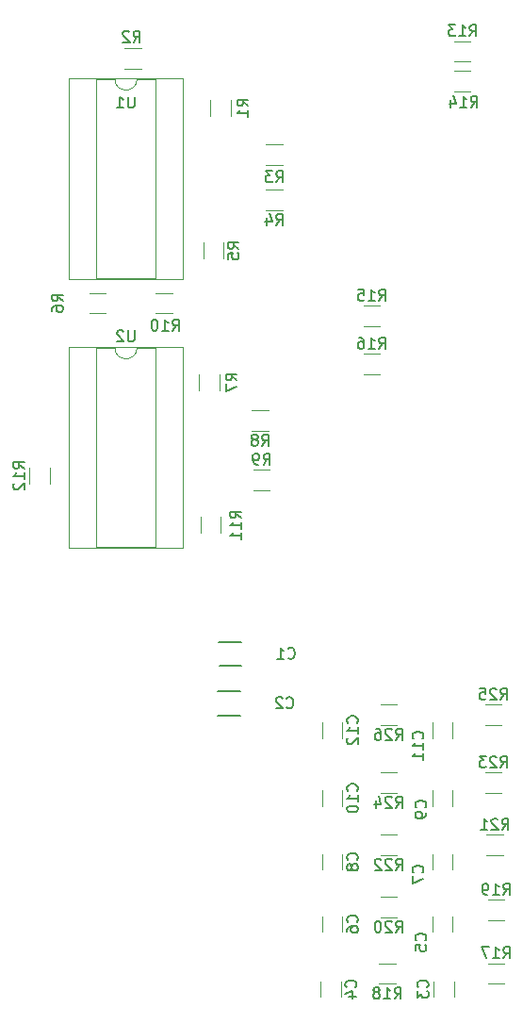
<source format=gbr>
%TF.GenerationSoftware,KiCad,Pcbnew,(6.0.4)*%
%TF.CreationDate,2023-07-24T12:51:13-04:00*%
%TF.ProjectId,BREAD_Slice,42524541-445f-4536-9c69-63652e6b6963,rev?*%
%TF.SameCoordinates,Original*%
%TF.FileFunction,Legend,Bot*%
%TF.FilePolarity,Positive*%
%FSLAX46Y46*%
G04 Gerber Fmt 4.6, Leading zero omitted, Abs format (unit mm)*
G04 Created by KiCad (PCBNEW (6.0.4)) date 2023-07-24 12:51:13*
%MOMM*%
%LPD*%
G01*
G04 APERTURE LIST*
%ADD10C,0.150000*%
%ADD11C,0.120000*%
G04 APERTURE END LIST*
D10*
%TO.C,C2*%
X162437666Y-102184142D02*
X162485285Y-102231761D01*
X162628142Y-102279380D01*
X162723380Y-102279380D01*
X162866238Y-102231761D01*
X162961476Y-102136523D01*
X163009095Y-102041285D01*
X163056714Y-101850809D01*
X163056714Y-101707952D01*
X163009095Y-101517476D01*
X162961476Y-101422238D01*
X162866238Y-101327000D01*
X162723380Y-101279380D01*
X162628142Y-101279380D01*
X162485285Y-101327000D01*
X162437666Y-101374619D01*
X162056714Y-101374619D02*
X162009095Y-101327000D01*
X161913857Y-101279380D01*
X161675761Y-101279380D01*
X161580523Y-101327000D01*
X161532904Y-101374619D01*
X161485285Y-101469857D01*
X161485285Y-101565095D01*
X161532904Y-101707952D01*
X162104333Y-102279380D01*
X161485285Y-102279380D01*
%TO.C,C1*%
X162564666Y-97739142D02*
X162612285Y-97786761D01*
X162755142Y-97834380D01*
X162850380Y-97834380D01*
X162993238Y-97786761D01*
X163088476Y-97691523D01*
X163136095Y-97596285D01*
X163183714Y-97405809D01*
X163183714Y-97262952D01*
X163136095Y-97072476D01*
X163088476Y-96977238D01*
X162993238Y-96882000D01*
X162850380Y-96834380D01*
X162755142Y-96834380D01*
X162612285Y-96882000D01*
X162564666Y-96929619D01*
X161612285Y-97834380D02*
X162183714Y-97834380D01*
X161898000Y-97834380D02*
X161898000Y-96834380D01*
X161993238Y-96977238D01*
X162088476Y-97072476D01*
X162183714Y-97120095D01*
%TO.C,C3*%
X175082142Y-127314333D02*
X175129761Y-127266714D01*
X175177380Y-127123857D01*
X175177380Y-127028619D01*
X175129761Y-126885761D01*
X175034523Y-126790523D01*
X174939285Y-126742904D01*
X174748809Y-126695285D01*
X174605952Y-126695285D01*
X174415476Y-126742904D01*
X174320238Y-126790523D01*
X174225000Y-126885761D01*
X174177380Y-127028619D01*
X174177380Y-127123857D01*
X174225000Y-127266714D01*
X174272619Y-127314333D01*
X174177380Y-127647666D02*
X174177380Y-128266714D01*
X174558333Y-127933380D01*
X174558333Y-128076238D01*
X174605952Y-128171476D01*
X174653571Y-128219095D01*
X174748809Y-128266714D01*
X174986904Y-128266714D01*
X175082142Y-128219095D01*
X175129761Y-128171476D01*
X175177380Y-128076238D01*
X175177380Y-127790523D01*
X175129761Y-127695285D01*
X175082142Y-127647666D01*
%TO.C,C4*%
X168622142Y-127314333D02*
X168669761Y-127266714D01*
X168717380Y-127123857D01*
X168717380Y-127028619D01*
X168669761Y-126885761D01*
X168574523Y-126790523D01*
X168479285Y-126742904D01*
X168288809Y-126695285D01*
X168145952Y-126695285D01*
X167955476Y-126742904D01*
X167860238Y-126790523D01*
X167765000Y-126885761D01*
X167717380Y-127028619D01*
X167717380Y-127123857D01*
X167765000Y-127266714D01*
X167812619Y-127314333D01*
X168050714Y-128171476D02*
X168717380Y-128171476D01*
X167669761Y-127933380D02*
X168384047Y-127695285D01*
X168384047Y-128314333D01*
%TO.C,C5*%
X174900142Y-123123333D02*
X174947761Y-123075714D01*
X174995380Y-122932857D01*
X174995380Y-122837619D01*
X174947761Y-122694761D01*
X174852523Y-122599523D01*
X174757285Y-122551904D01*
X174566809Y-122504285D01*
X174423952Y-122504285D01*
X174233476Y-122551904D01*
X174138238Y-122599523D01*
X174043000Y-122694761D01*
X173995380Y-122837619D01*
X173995380Y-122932857D01*
X174043000Y-123075714D01*
X174090619Y-123123333D01*
X173995380Y-124028095D02*
X173995380Y-123551904D01*
X174471571Y-123504285D01*
X174423952Y-123551904D01*
X174376333Y-123647142D01*
X174376333Y-123885238D01*
X174423952Y-123980476D01*
X174471571Y-124028095D01*
X174566809Y-124075714D01*
X174804904Y-124075714D01*
X174900142Y-124028095D01*
X174947761Y-123980476D01*
X174995380Y-123885238D01*
X174995380Y-123647142D01*
X174947761Y-123551904D01*
X174900142Y-123504285D01*
%TO.C,C6*%
X168749142Y-121472333D02*
X168796761Y-121424714D01*
X168844380Y-121281857D01*
X168844380Y-121186619D01*
X168796761Y-121043761D01*
X168701523Y-120948523D01*
X168606285Y-120900904D01*
X168415809Y-120853285D01*
X168272952Y-120853285D01*
X168082476Y-120900904D01*
X167987238Y-120948523D01*
X167892000Y-121043761D01*
X167844380Y-121186619D01*
X167844380Y-121281857D01*
X167892000Y-121424714D01*
X167939619Y-121472333D01*
X167844380Y-122329476D02*
X167844380Y-122139000D01*
X167892000Y-122043761D01*
X167939619Y-121996142D01*
X168082476Y-121900904D01*
X168272952Y-121853285D01*
X168653904Y-121853285D01*
X168749142Y-121900904D01*
X168796761Y-121948523D01*
X168844380Y-122043761D01*
X168844380Y-122234238D01*
X168796761Y-122329476D01*
X168749142Y-122377095D01*
X168653904Y-122424714D01*
X168415809Y-122424714D01*
X168320571Y-122377095D01*
X168272952Y-122329476D01*
X168225333Y-122234238D01*
X168225333Y-122043761D01*
X168272952Y-121948523D01*
X168320571Y-121900904D01*
X168415809Y-121853285D01*
%TO.C,C7*%
X174646142Y-117027333D02*
X174693761Y-116979714D01*
X174741380Y-116836857D01*
X174741380Y-116741619D01*
X174693761Y-116598761D01*
X174598523Y-116503523D01*
X174503285Y-116455904D01*
X174312809Y-116408285D01*
X174169952Y-116408285D01*
X173979476Y-116455904D01*
X173884238Y-116503523D01*
X173789000Y-116598761D01*
X173741380Y-116741619D01*
X173741380Y-116836857D01*
X173789000Y-116979714D01*
X173836619Y-117027333D01*
X173741380Y-117360666D02*
X173741380Y-118027333D01*
X174741380Y-117598761D01*
%TO.C,C8*%
X168749142Y-115884333D02*
X168796761Y-115836714D01*
X168844380Y-115693857D01*
X168844380Y-115598619D01*
X168796761Y-115455761D01*
X168701523Y-115360523D01*
X168606285Y-115312904D01*
X168415809Y-115265285D01*
X168272952Y-115265285D01*
X168082476Y-115312904D01*
X167987238Y-115360523D01*
X167892000Y-115455761D01*
X167844380Y-115598619D01*
X167844380Y-115693857D01*
X167892000Y-115836714D01*
X167939619Y-115884333D01*
X168272952Y-116455761D02*
X168225333Y-116360523D01*
X168177714Y-116312904D01*
X168082476Y-116265285D01*
X168034857Y-116265285D01*
X167939619Y-116312904D01*
X167892000Y-116360523D01*
X167844380Y-116455761D01*
X167844380Y-116646238D01*
X167892000Y-116741476D01*
X167939619Y-116789095D01*
X168034857Y-116836714D01*
X168082476Y-116836714D01*
X168177714Y-116789095D01*
X168225333Y-116741476D01*
X168272952Y-116646238D01*
X168272952Y-116455761D01*
X168320571Y-116360523D01*
X168368190Y-116312904D01*
X168463428Y-116265285D01*
X168653904Y-116265285D01*
X168749142Y-116312904D01*
X168796761Y-116360523D01*
X168844380Y-116455761D01*
X168844380Y-116646238D01*
X168796761Y-116741476D01*
X168749142Y-116789095D01*
X168653904Y-116836714D01*
X168463428Y-116836714D01*
X168368190Y-116789095D01*
X168320571Y-116741476D01*
X168272952Y-116646238D01*
%TO.C,C9*%
X174900142Y-111185333D02*
X174947761Y-111137714D01*
X174995380Y-110994857D01*
X174995380Y-110899619D01*
X174947761Y-110756761D01*
X174852523Y-110661523D01*
X174757285Y-110613904D01*
X174566809Y-110566285D01*
X174423952Y-110566285D01*
X174233476Y-110613904D01*
X174138238Y-110661523D01*
X174043000Y-110756761D01*
X173995380Y-110899619D01*
X173995380Y-110994857D01*
X174043000Y-111137714D01*
X174090619Y-111185333D01*
X174995380Y-111661523D02*
X174995380Y-111852000D01*
X174947761Y-111947238D01*
X174900142Y-111994857D01*
X174757285Y-112090095D01*
X174566809Y-112137714D01*
X174185857Y-112137714D01*
X174090619Y-112090095D01*
X174043000Y-112042476D01*
X173995380Y-111947238D01*
X173995380Y-111756761D01*
X174043000Y-111661523D01*
X174090619Y-111613904D01*
X174185857Y-111566285D01*
X174423952Y-111566285D01*
X174519190Y-111613904D01*
X174566809Y-111661523D01*
X174614428Y-111756761D01*
X174614428Y-111947238D01*
X174566809Y-112042476D01*
X174519190Y-112090095D01*
X174423952Y-112137714D01*
%TO.C,C10*%
X168749142Y-109693142D02*
X168796761Y-109645523D01*
X168844380Y-109502666D01*
X168844380Y-109407428D01*
X168796761Y-109264571D01*
X168701523Y-109169333D01*
X168606285Y-109121714D01*
X168415809Y-109074095D01*
X168272952Y-109074095D01*
X168082476Y-109121714D01*
X167987238Y-109169333D01*
X167892000Y-109264571D01*
X167844380Y-109407428D01*
X167844380Y-109502666D01*
X167892000Y-109645523D01*
X167939619Y-109693142D01*
X168844380Y-110645523D02*
X168844380Y-110074095D01*
X168844380Y-110359809D02*
X167844380Y-110359809D01*
X167987238Y-110264571D01*
X168082476Y-110169333D01*
X168130095Y-110074095D01*
X167844380Y-111264571D02*
X167844380Y-111359809D01*
X167892000Y-111455047D01*
X167939619Y-111502666D01*
X168034857Y-111550285D01*
X168225333Y-111597904D01*
X168463428Y-111597904D01*
X168653904Y-111550285D01*
X168749142Y-111502666D01*
X168796761Y-111455047D01*
X168844380Y-111359809D01*
X168844380Y-111264571D01*
X168796761Y-111169333D01*
X168749142Y-111121714D01*
X168653904Y-111074095D01*
X168463428Y-111026476D01*
X168225333Y-111026476D01*
X168034857Y-111074095D01*
X167939619Y-111121714D01*
X167892000Y-111169333D01*
X167844380Y-111264571D01*
%TO.C,C11*%
X174646142Y-104994142D02*
X174693761Y-104946523D01*
X174741380Y-104803666D01*
X174741380Y-104708428D01*
X174693761Y-104565571D01*
X174598523Y-104470333D01*
X174503285Y-104422714D01*
X174312809Y-104375095D01*
X174169952Y-104375095D01*
X173979476Y-104422714D01*
X173884238Y-104470333D01*
X173789000Y-104565571D01*
X173741380Y-104708428D01*
X173741380Y-104803666D01*
X173789000Y-104946523D01*
X173836619Y-104994142D01*
X174741380Y-105946523D02*
X174741380Y-105375095D01*
X174741380Y-105660809D02*
X173741380Y-105660809D01*
X173884238Y-105565571D01*
X173979476Y-105470333D01*
X174027095Y-105375095D01*
X174741380Y-106898904D02*
X174741380Y-106327476D01*
X174741380Y-106613190D02*
X173741380Y-106613190D01*
X173884238Y-106517952D01*
X173979476Y-106422714D01*
X174027095Y-106327476D01*
%TO.C,C12*%
X168749142Y-103597142D02*
X168796761Y-103549523D01*
X168844380Y-103406666D01*
X168844380Y-103311428D01*
X168796761Y-103168571D01*
X168701523Y-103073333D01*
X168606285Y-103025714D01*
X168415809Y-102978095D01*
X168272952Y-102978095D01*
X168082476Y-103025714D01*
X167987238Y-103073333D01*
X167892000Y-103168571D01*
X167844380Y-103311428D01*
X167844380Y-103406666D01*
X167892000Y-103549523D01*
X167939619Y-103597142D01*
X168844380Y-104549523D02*
X168844380Y-103978095D01*
X168844380Y-104263809D02*
X167844380Y-104263809D01*
X167987238Y-104168571D01*
X168082476Y-104073333D01*
X168130095Y-103978095D01*
X167939619Y-104930476D02*
X167892000Y-104978095D01*
X167844380Y-105073333D01*
X167844380Y-105311428D01*
X167892000Y-105406666D01*
X167939619Y-105454285D01*
X168034857Y-105501904D01*
X168130095Y-105501904D01*
X168272952Y-105454285D01*
X168844380Y-104882857D01*
X168844380Y-105501904D01*
%TO.C,R1*%
X158993380Y-48193333D02*
X158517190Y-47860000D01*
X158993380Y-47621904D02*
X157993380Y-47621904D01*
X157993380Y-48002857D01*
X158041000Y-48098095D01*
X158088619Y-48145714D01*
X158183857Y-48193333D01*
X158326714Y-48193333D01*
X158421952Y-48145714D01*
X158469571Y-48098095D01*
X158517190Y-48002857D01*
X158517190Y-47621904D01*
X158993380Y-49145714D02*
X158993380Y-48574285D01*
X158993380Y-48860000D02*
X157993380Y-48860000D01*
X158136238Y-48764761D01*
X158231476Y-48669523D01*
X158279095Y-48574285D01*
%TO.C,R2*%
X148674666Y-42462380D02*
X149008000Y-41986190D01*
X149246095Y-42462380D02*
X149246095Y-41462380D01*
X148865142Y-41462380D01*
X148769904Y-41510000D01*
X148722285Y-41557619D01*
X148674666Y-41652857D01*
X148674666Y-41795714D01*
X148722285Y-41890952D01*
X148769904Y-41938571D01*
X148865142Y-41986190D01*
X149246095Y-41986190D01*
X148293714Y-41557619D02*
X148246095Y-41510000D01*
X148150857Y-41462380D01*
X147912761Y-41462380D01*
X147817523Y-41510000D01*
X147769904Y-41557619D01*
X147722285Y-41652857D01*
X147722285Y-41748095D01*
X147769904Y-41890952D01*
X148341333Y-42462380D01*
X147722285Y-42462380D01*
%TO.C,R3*%
X161501666Y-55035380D02*
X161835000Y-54559190D01*
X162073095Y-55035380D02*
X162073095Y-54035380D01*
X161692142Y-54035380D01*
X161596904Y-54083000D01*
X161549285Y-54130619D01*
X161501666Y-54225857D01*
X161501666Y-54368714D01*
X161549285Y-54463952D01*
X161596904Y-54511571D01*
X161692142Y-54559190D01*
X162073095Y-54559190D01*
X161168333Y-54035380D02*
X160549285Y-54035380D01*
X160882619Y-54416333D01*
X160739761Y-54416333D01*
X160644523Y-54463952D01*
X160596904Y-54511571D01*
X160549285Y-54606809D01*
X160549285Y-54844904D01*
X160596904Y-54940142D01*
X160644523Y-54987761D01*
X160739761Y-55035380D01*
X161025476Y-55035380D01*
X161120714Y-54987761D01*
X161168333Y-54940142D01*
%TO.C,R4*%
X161501666Y-58887380D02*
X161835000Y-58411190D01*
X162073095Y-58887380D02*
X162073095Y-57887380D01*
X161692142Y-57887380D01*
X161596904Y-57935000D01*
X161549285Y-57982619D01*
X161501666Y-58077857D01*
X161501666Y-58220714D01*
X161549285Y-58315952D01*
X161596904Y-58363571D01*
X161692142Y-58411190D01*
X162073095Y-58411190D01*
X160644523Y-58220714D02*
X160644523Y-58887380D01*
X160882619Y-57839761D02*
X161120714Y-58554047D01*
X160501666Y-58554047D01*
%TO.C,R5*%
X158146380Y-61020333D02*
X157670190Y-60687000D01*
X158146380Y-60448904D02*
X157146380Y-60448904D01*
X157146380Y-60829857D01*
X157194000Y-60925095D01*
X157241619Y-60972714D01*
X157336857Y-61020333D01*
X157479714Y-61020333D01*
X157574952Y-60972714D01*
X157622571Y-60925095D01*
X157670190Y-60829857D01*
X157670190Y-60448904D01*
X157146380Y-61925095D02*
X157146380Y-61448904D01*
X157622571Y-61401285D01*
X157574952Y-61448904D01*
X157527333Y-61544142D01*
X157527333Y-61782238D01*
X157574952Y-61877476D01*
X157622571Y-61925095D01*
X157717809Y-61972714D01*
X157955904Y-61972714D01*
X158051142Y-61925095D01*
X158098761Y-61877476D01*
X158146380Y-61782238D01*
X158146380Y-61544142D01*
X158098761Y-61448904D01*
X158051142Y-61401285D01*
%TO.C,R6*%
X142356380Y-65719333D02*
X141880190Y-65386000D01*
X142356380Y-65147904D02*
X141356380Y-65147904D01*
X141356380Y-65528857D01*
X141404000Y-65624095D01*
X141451619Y-65671714D01*
X141546857Y-65719333D01*
X141689714Y-65719333D01*
X141784952Y-65671714D01*
X141832571Y-65624095D01*
X141880190Y-65528857D01*
X141880190Y-65147904D01*
X141356380Y-66576476D02*
X141356380Y-66386000D01*
X141404000Y-66290761D01*
X141451619Y-66243142D01*
X141594476Y-66147904D01*
X141784952Y-66100285D01*
X142165904Y-66100285D01*
X142261142Y-66147904D01*
X142308761Y-66195523D01*
X142356380Y-66290761D01*
X142356380Y-66481238D01*
X142308761Y-66576476D01*
X142261142Y-66624095D01*
X142165904Y-66671714D01*
X141927809Y-66671714D01*
X141832571Y-66624095D01*
X141784952Y-66576476D01*
X141737333Y-66481238D01*
X141737333Y-66290761D01*
X141784952Y-66195523D01*
X141832571Y-66147904D01*
X141927809Y-66100285D01*
%TO.C,R7*%
X157977380Y-72831333D02*
X157501190Y-72498000D01*
X157977380Y-72259904D02*
X156977380Y-72259904D01*
X156977380Y-72640857D01*
X157025000Y-72736095D01*
X157072619Y-72783714D01*
X157167857Y-72831333D01*
X157310714Y-72831333D01*
X157405952Y-72783714D01*
X157453571Y-72736095D01*
X157501190Y-72640857D01*
X157501190Y-72259904D01*
X156977380Y-73164666D02*
X156977380Y-73831333D01*
X157977380Y-73402761D01*
%TO.C,R8*%
X160231666Y-78699380D02*
X160565000Y-78223190D01*
X160803095Y-78699380D02*
X160803095Y-77699380D01*
X160422142Y-77699380D01*
X160326904Y-77747000D01*
X160279285Y-77794619D01*
X160231666Y-77889857D01*
X160231666Y-78032714D01*
X160279285Y-78127952D01*
X160326904Y-78175571D01*
X160422142Y-78223190D01*
X160803095Y-78223190D01*
X159660238Y-78127952D02*
X159755476Y-78080333D01*
X159803095Y-78032714D01*
X159850714Y-77937476D01*
X159850714Y-77889857D01*
X159803095Y-77794619D01*
X159755476Y-77747000D01*
X159660238Y-77699380D01*
X159469761Y-77699380D01*
X159374523Y-77747000D01*
X159326904Y-77794619D01*
X159279285Y-77889857D01*
X159279285Y-77937476D01*
X159326904Y-78032714D01*
X159374523Y-78080333D01*
X159469761Y-78127952D01*
X159660238Y-78127952D01*
X159755476Y-78175571D01*
X159803095Y-78223190D01*
X159850714Y-78318428D01*
X159850714Y-78508904D01*
X159803095Y-78604142D01*
X159755476Y-78651761D01*
X159660238Y-78699380D01*
X159469761Y-78699380D01*
X159374523Y-78651761D01*
X159326904Y-78604142D01*
X159279285Y-78508904D01*
X159279285Y-78318428D01*
X159326904Y-78223190D01*
X159374523Y-78175571D01*
X159469761Y-78127952D01*
%TO.C,R9*%
X160358666Y-80393380D02*
X160692000Y-79917190D01*
X160930095Y-80393380D02*
X160930095Y-79393380D01*
X160549142Y-79393380D01*
X160453904Y-79441000D01*
X160406285Y-79488619D01*
X160358666Y-79583857D01*
X160358666Y-79726714D01*
X160406285Y-79821952D01*
X160453904Y-79869571D01*
X160549142Y-79917190D01*
X160930095Y-79917190D01*
X159882476Y-80393380D02*
X159692000Y-80393380D01*
X159596761Y-80345761D01*
X159549142Y-80298142D01*
X159453904Y-80155285D01*
X159406285Y-79964809D01*
X159406285Y-79583857D01*
X159453904Y-79488619D01*
X159501523Y-79441000D01*
X159596761Y-79393380D01*
X159787238Y-79393380D01*
X159882476Y-79441000D01*
X159930095Y-79488619D01*
X159977714Y-79583857D01*
X159977714Y-79821952D01*
X159930095Y-79917190D01*
X159882476Y-79964809D01*
X159787238Y-80012428D01*
X159596761Y-80012428D01*
X159501523Y-79964809D01*
X159453904Y-79917190D01*
X159406285Y-79821952D01*
%TO.C,R10*%
X152198857Y-68370380D02*
X152532190Y-67894190D01*
X152770285Y-68370380D02*
X152770285Y-67370380D01*
X152389333Y-67370380D01*
X152294095Y-67418000D01*
X152246476Y-67465619D01*
X152198857Y-67560857D01*
X152198857Y-67703714D01*
X152246476Y-67798952D01*
X152294095Y-67846571D01*
X152389333Y-67894190D01*
X152770285Y-67894190D01*
X151246476Y-68370380D02*
X151817904Y-68370380D01*
X151532190Y-68370380D02*
X151532190Y-67370380D01*
X151627428Y-67513238D01*
X151722666Y-67608476D01*
X151817904Y-67656095D01*
X150627428Y-67370380D02*
X150532190Y-67370380D01*
X150436952Y-67418000D01*
X150389333Y-67465619D01*
X150341714Y-67560857D01*
X150294095Y-67751333D01*
X150294095Y-67989428D01*
X150341714Y-68179904D01*
X150389333Y-68275142D01*
X150436952Y-68322761D01*
X150532190Y-68370380D01*
X150627428Y-68370380D01*
X150722666Y-68322761D01*
X150770285Y-68275142D01*
X150817904Y-68179904D01*
X150865523Y-67989428D01*
X150865523Y-67751333D01*
X150817904Y-67560857D01*
X150770285Y-67465619D01*
X150722666Y-67418000D01*
X150627428Y-67370380D01*
%TO.C,R11*%
X158358380Y-85182142D02*
X157882190Y-84848809D01*
X158358380Y-84610714D02*
X157358380Y-84610714D01*
X157358380Y-84991666D01*
X157406000Y-85086904D01*
X157453619Y-85134523D01*
X157548857Y-85182142D01*
X157691714Y-85182142D01*
X157786952Y-85134523D01*
X157834571Y-85086904D01*
X157882190Y-84991666D01*
X157882190Y-84610714D01*
X158358380Y-86134523D02*
X158358380Y-85563095D01*
X158358380Y-85848809D02*
X157358380Y-85848809D01*
X157501238Y-85753571D01*
X157596476Y-85658333D01*
X157644095Y-85563095D01*
X158358380Y-87086904D02*
X158358380Y-86515476D01*
X158358380Y-86801190D02*
X157358380Y-86801190D01*
X157501238Y-86705952D01*
X157596476Y-86610714D01*
X157644095Y-86515476D01*
%TO.C,R12*%
X138885380Y-80737142D02*
X138409190Y-80403809D01*
X138885380Y-80165714D02*
X137885380Y-80165714D01*
X137885380Y-80546666D01*
X137933000Y-80641904D01*
X137980619Y-80689523D01*
X138075857Y-80737142D01*
X138218714Y-80737142D01*
X138313952Y-80689523D01*
X138361571Y-80641904D01*
X138409190Y-80546666D01*
X138409190Y-80165714D01*
X138885380Y-81689523D02*
X138885380Y-81118095D01*
X138885380Y-81403809D02*
X137885380Y-81403809D01*
X138028238Y-81308571D01*
X138123476Y-81213333D01*
X138171095Y-81118095D01*
X137980619Y-82070476D02*
X137933000Y-82118095D01*
X137885380Y-82213333D01*
X137885380Y-82451428D01*
X137933000Y-82546666D01*
X137980619Y-82594285D01*
X138075857Y-82641904D01*
X138171095Y-82641904D01*
X138313952Y-82594285D01*
X138885380Y-82022857D01*
X138885380Y-82641904D01*
%TO.C,R13*%
X178894857Y-41912380D02*
X179228190Y-41436190D01*
X179466285Y-41912380D02*
X179466285Y-40912380D01*
X179085333Y-40912380D01*
X178990095Y-40960000D01*
X178942476Y-41007619D01*
X178894857Y-41102857D01*
X178894857Y-41245714D01*
X178942476Y-41340952D01*
X178990095Y-41388571D01*
X179085333Y-41436190D01*
X179466285Y-41436190D01*
X177942476Y-41912380D02*
X178513904Y-41912380D01*
X178228190Y-41912380D02*
X178228190Y-40912380D01*
X178323428Y-41055238D01*
X178418666Y-41150476D01*
X178513904Y-41198095D01*
X177609142Y-40912380D02*
X176990095Y-40912380D01*
X177323428Y-41293333D01*
X177180571Y-41293333D01*
X177085333Y-41340952D01*
X177037714Y-41388571D01*
X176990095Y-41483809D01*
X176990095Y-41721904D01*
X177037714Y-41817142D01*
X177085333Y-41864761D01*
X177180571Y-41912380D01*
X177466285Y-41912380D01*
X177561523Y-41864761D01*
X177609142Y-41817142D01*
%TO.C,R14*%
X178995857Y-48304380D02*
X179329190Y-47828190D01*
X179567285Y-48304380D02*
X179567285Y-47304380D01*
X179186333Y-47304380D01*
X179091095Y-47352000D01*
X179043476Y-47399619D01*
X178995857Y-47494857D01*
X178995857Y-47637714D01*
X179043476Y-47732952D01*
X179091095Y-47780571D01*
X179186333Y-47828190D01*
X179567285Y-47828190D01*
X178043476Y-48304380D02*
X178614904Y-48304380D01*
X178329190Y-48304380D02*
X178329190Y-47304380D01*
X178424428Y-47447238D01*
X178519666Y-47542476D01*
X178614904Y-47590095D01*
X177186333Y-47637714D02*
X177186333Y-48304380D01*
X177424428Y-47256761D02*
X177662523Y-47971047D01*
X177043476Y-47971047D01*
%TO.C,R15*%
X170740857Y-65661380D02*
X171074190Y-65185190D01*
X171312285Y-65661380D02*
X171312285Y-64661380D01*
X170931333Y-64661380D01*
X170836095Y-64709000D01*
X170788476Y-64756619D01*
X170740857Y-64851857D01*
X170740857Y-64994714D01*
X170788476Y-65089952D01*
X170836095Y-65137571D01*
X170931333Y-65185190D01*
X171312285Y-65185190D01*
X169788476Y-65661380D02*
X170359904Y-65661380D01*
X170074190Y-65661380D02*
X170074190Y-64661380D01*
X170169428Y-64804238D01*
X170264666Y-64899476D01*
X170359904Y-64947095D01*
X168883714Y-64661380D02*
X169359904Y-64661380D01*
X169407523Y-65137571D01*
X169359904Y-65089952D01*
X169264666Y-65042333D01*
X169026571Y-65042333D01*
X168931333Y-65089952D01*
X168883714Y-65137571D01*
X168836095Y-65232809D01*
X168836095Y-65470904D01*
X168883714Y-65566142D01*
X168931333Y-65613761D01*
X169026571Y-65661380D01*
X169264666Y-65661380D01*
X169359904Y-65613761D01*
X169407523Y-65566142D01*
%TO.C,R16*%
X170740857Y-69979380D02*
X171074190Y-69503190D01*
X171312285Y-69979380D02*
X171312285Y-68979380D01*
X170931333Y-68979380D01*
X170836095Y-69027000D01*
X170788476Y-69074619D01*
X170740857Y-69169857D01*
X170740857Y-69312714D01*
X170788476Y-69407952D01*
X170836095Y-69455571D01*
X170931333Y-69503190D01*
X171312285Y-69503190D01*
X169788476Y-69979380D02*
X170359904Y-69979380D01*
X170074190Y-69979380D02*
X170074190Y-68979380D01*
X170169428Y-69122238D01*
X170264666Y-69217476D01*
X170359904Y-69265095D01*
X168931333Y-68979380D02*
X169121809Y-68979380D01*
X169217047Y-69027000D01*
X169264666Y-69074619D01*
X169359904Y-69217476D01*
X169407523Y-69407952D01*
X169407523Y-69788904D01*
X169359904Y-69884142D01*
X169312285Y-69931761D01*
X169217047Y-69979380D01*
X169026571Y-69979380D01*
X168931333Y-69931761D01*
X168883714Y-69884142D01*
X168836095Y-69788904D01*
X168836095Y-69550809D01*
X168883714Y-69455571D01*
X168931333Y-69407952D01*
X169026571Y-69360333D01*
X169217047Y-69360333D01*
X169312285Y-69407952D01*
X169359904Y-69455571D01*
X169407523Y-69550809D01*
%TO.C,R17*%
X181916857Y-124716380D02*
X182250190Y-124240190D01*
X182488285Y-124716380D02*
X182488285Y-123716380D01*
X182107333Y-123716380D01*
X182012095Y-123764000D01*
X181964476Y-123811619D01*
X181916857Y-123906857D01*
X181916857Y-124049714D01*
X181964476Y-124144952D01*
X182012095Y-124192571D01*
X182107333Y-124240190D01*
X182488285Y-124240190D01*
X180964476Y-124716380D02*
X181535904Y-124716380D01*
X181250190Y-124716380D02*
X181250190Y-123716380D01*
X181345428Y-123859238D01*
X181440666Y-123954476D01*
X181535904Y-124002095D01*
X180631142Y-123716380D02*
X179964476Y-123716380D01*
X180393047Y-124716380D01*
%TO.C,R18*%
X172137857Y-128356380D02*
X172471190Y-127880190D01*
X172709285Y-128356380D02*
X172709285Y-127356380D01*
X172328333Y-127356380D01*
X172233095Y-127404000D01*
X172185476Y-127451619D01*
X172137857Y-127546857D01*
X172137857Y-127689714D01*
X172185476Y-127784952D01*
X172233095Y-127832571D01*
X172328333Y-127880190D01*
X172709285Y-127880190D01*
X171185476Y-128356380D02*
X171756904Y-128356380D01*
X171471190Y-128356380D02*
X171471190Y-127356380D01*
X171566428Y-127499238D01*
X171661666Y-127594476D01*
X171756904Y-127642095D01*
X170614047Y-127784952D02*
X170709285Y-127737333D01*
X170756904Y-127689714D01*
X170804523Y-127594476D01*
X170804523Y-127546857D01*
X170756904Y-127451619D01*
X170709285Y-127404000D01*
X170614047Y-127356380D01*
X170423571Y-127356380D01*
X170328333Y-127404000D01*
X170280714Y-127451619D01*
X170233095Y-127546857D01*
X170233095Y-127594476D01*
X170280714Y-127689714D01*
X170328333Y-127737333D01*
X170423571Y-127784952D01*
X170614047Y-127784952D01*
X170709285Y-127832571D01*
X170756904Y-127880190D01*
X170804523Y-127975428D01*
X170804523Y-128165904D01*
X170756904Y-128261142D01*
X170709285Y-128308761D01*
X170614047Y-128356380D01*
X170423571Y-128356380D01*
X170328333Y-128308761D01*
X170280714Y-128261142D01*
X170233095Y-128165904D01*
X170233095Y-127975428D01*
X170280714Y-127880190D01*
X170328333Y-127832571D01*
X170423571Y-127784952D01*
%TO.C,R19*%
X181916857Y-119001380D02*
X182250190Y-118525190D01*
X182488285Y-119001380D02*
X182488285Y-118001380D01*
X182107333Y-118001380D01*
X182012095Y-118049000D01*
X181964476Y-118096619D01*
X181916857Y-118191857D01*
X181916857Y-118334714D01*
X181964476Y-118429952D01*
X182012095Y-118477571D01*
X182107333Y-118525190D01*
X182488285Y-118525190D01*
X180964476Y-119001380D02*
X181535904Y-119001380D01*
X181250190Y-119001380D02*
X181250190Y-118001380D01*
X181345428Y-118144238D01*
X181440666Y-118239476D01*
X181535904Y-118287095D01*
X180488285Y-119001380D02*
X180297809Y-119001380D01*
X180202571Y-118953761D01*
X180154952Y-118906142D01*
X180059714Y-118763285D01*
X180012095Y-118572809D01*
X180012095Y-118191857D01*
X180059714Y-118096619D01*
X180107333Y-118049000D01*
X180202571Y-118001380D01*
X180393047Y-118001380D01*
X180488285Y-118049000D01*
X180535904Y-118096619D01*
X180583523Y-118191857D01*
X180583523Y-118429952D01*
X180535904Y-118525190D01*
X180488285Y-118572809D01*
X180393047Y-118620428D01*
X180202571Y-118620428D01*
X180107333Y-118572809D01*
X180059714Y-118525190D01*
X180012095Y-118429952D01*
%TO.C,R20*%
X172264857Y-122387380D02*
X172598190Y-121911190D01*
X172836285Y-122387380D02*
X172836285Y-121387380D01*
X172455333Y-121387380D01*
X172360095Y-121435000D01*
X172312476Y-121482619D01*
X172264857Y-121577857D01*
X172264857Y-121720714D01*
X172312476Y-121815952D01*
X172360095Y-121863571D01*
X172455333Y-121911190D01*
X172836285Y-121911190D01*
X171883904Y-121482619D02*
X171836285Y-121435000D01*
X171741047Y-121387380D01*
X171502952Y-121387380D01*
X171407714Y-121435000D01*
X171360095Y-121482619D01*
X171312476Y-121577857D01*
X171312476Y-121673095D01*
X171360095Y-121815952D01*
X171931523Y-122387380D01*
X171312476Y-122387380D01*
X170693428Y-121387380D02*
X170598190Y-121387380D01*
X170502952Y-121435000D01*
X170455333Y-121482619D01*
X170407714Y-121577857D01*
X170360095Y-121768333D01*
X170360095Y-122006428D01*
X170407714Y-122196904D01*
X170455333Y-122292142D01*
X170502952Y-122339761D01*
X170598190Y-122387380D01*
X170693428Y-122387380D01*
X170788666Y-122339761D01*
X170836285Y-122292142D01*
X170883904Y-122196904D01*
X170931523Y-122006428D01*
X170931523Y-121768333D01*
X170883904Y-121577857D01*
X170836285Y-121482619D01*
X170788666Y-121435000D01*
X170693428Y-121387380D01*
%TO.C,R21*%
X181789857Y-113159380D02*
X182123190Y-112683190D01*
X182361285Y-113159380D02*
X182361285Y-112159380D01*
X181980333Y-112159380D01*
X181885095Y-112207000D01*
X181837476Y-112254619D01*
X181789857Y-112349857D01*
X181789857Y-112492714D01*
X181837476Y-112587952D01*
X181885095Y-112635571D01*
X181980333Y-112683190D01*
X182361285Y-112683190D01*
X181408904Y-112254619D02*
X181361285Y-112207000D01*
X181266047Y-112159380D01*
X181027952Y-112159380D01*
X180932714Y-112207000D01*
X180885095Y-112254619D01*
X180837476Y-112349857D01*
X180837476Y-112445095D01*
X180885095Y-112587952D01*
X181456523Y-113159380D01*
X180837476Y-113159380D01*
X179885095Y-113159380D02*
X180456523Y-113159380D01*
X180170809Y-113159380D02*
X180170809Y-112159380D01*
X180266047Y-112302238D01*
X180361285Y-112397476D01*
X180456523Y-112445095D01*
%TO.C,R22*%
X172264857Y-116799380D02*
X172598190Y-116323190D01*
X172836285Y-116799380D02*
X172836285Y-115799380D01*
X172455333Y-115799380D01*
X172360095Y-115847000D01*
X172312476Y-115894619D01*
X172264857Y-115989857D01*
X172264857Y-116132714D01*
X172312476Y-116227952D01*
X172360095Y-116275571D01*
X172455333Y-116323190D01*
X172836285Y-116323190D01*
X171883904Y-115894619D02*
X171836285Y-115847000D01*
X171741047Y-115799380D01*
X171502952Y-115799380D01*
X171407714Y-115847000D01*
X171360095Y-115894619D01*
X171312476Y-115989857D01*
X171312476Y-116085095D01*
X171360095Y-116227952D01*
X171931523Y-116799380D01*
X171312476Y-116799380D01*
X170931523Y-115894619D02*
X170883904Y-115847000D01*
X170788666Y-115799380D01*
X170550571Y-115799380D01*
X170455333Y-115847000D01*
X170407714Y-115894619D01*
X170360095Y-115989857D01*
X170360095Y-116085095D01*
X170407714Y-116227952D01*
X170979142Y-116799380D01*
X170360095Y-116799380D01*
%TO.C,R23*%
X181662857Y-107571380D02*
X181996190Y-107095190D01*
X182234285Y-107571380D02*
X182234285Y-106571380D01*
X181853333Y-106571380D01*
X181758095Y-106619000D01*
X181710476Y-106666619D01*
X181662857Y-106761857D01*
X181662857Y-106904714D01*
X181710476Y-106999952D01*
X181758095Y-107047571D01*
X181853333Y-107095190D01*
X182234285Y-107095190D01*
X181281904Y-106666619D02*
X181234285Y-106619000D01*
X181139047Y-106571380D01*
X180900952Y-106571380D01*
X180805714Y-106619000D01*
X180758095Y-106666619D01*
X180710476Y-106761857D01*
X180710476Y-106857095D01*
X180758095Y-106999952D01*
X181329523Y-107571380D01*
X180710476Y-107571380D01*
X180377142Y-106571380D02*
X179758095Y-106571380D01*
X180091428Y-106952333D01*
X179948571Y-106952333D01*
X179853333Y-106999952D01*
X179805714Y-107047571D01*
X179758095Y-107142809D01*
X179758095Y-107380904D01*
X179805714Y-107476142D01*
X179853333Y-107523761D01*
X179948571Y-107571380D01*
X180234285Y-107571380D01*
X180329523Y-107523761D01*
X180377142Y-107476142D01*
%TO.C,R24*%
X172264857Y-111211380D02*
X172598190Y-110735190D01*
X172836285Y-111211380D02*
X172836285Y-110211380D01*
X172455333Y-110211380D01*
X172360095Y-110259000D01*
X172312476Y-110306619D01*
X172264857Y-110401857D01*
X172264857Y-110544714D01*
X172312476Y-110639952D01*
X172360095Y-110687571D01*
X172455333Y-110735190D01*
X172836285Y-110735190D01*
X171883904Y-110306619D02*
X171836285Y-110259000D01*
X171741047Y-110211380D01*
X171502952Y-110211380D01*
X171407714Y-110259000D01*
X171360095Y-110306619D01*
X171312476Y-110401857D01*
X171312476Y-110497095D01*
X171360095Y-110639952D01*
X171931523Y-111211380D01*
X171312476Y-111211380D01*
X170455333Y-110544714D02*
X170455333Y-111211380D01*
X170693428Y-110163761D02*
X170931523Y-110878047D01*
X170312476Y-110878047D01*
%TO.C,R25*%
X181662857Y-101475380D02*
X181996190Y-100999190D01*
X182234285Y-101475380D02*
X182234285Y-100475380D01*
X181853333Y-100475380D01*
X181758095Y-100523000D01*
X181710476Y-100570619D01*
X181662857Y-100665857D01*
X181662857Y-100808714D01*
X181710476Y-100903952D01*
X181758095Y-100951571D01*
X181853333Y-100999190D01*
X182234285Y-100999190D01*
X181281904Y-100570619D02*
X181234285Y-100523000D01*
X181139047Y-100475380D01*
X180900952Y-100475380D01*
X180805714Y-100523000D01*
X180758095Y-100570619D01*
X180710476Y-100665857D01*
X180710476Y-100761095D01*
X180758095Y-100903952D01*
X181329523Y-101475380D01*
X180710476Y-101475380D01*
X179805714Y-100475380D02*
X180281904Y-100475380D01*
X180329523Y-100951571D01*
X180281904Y-100903952D01*
X180186666Y-100856333D01*
X179948571Y-100856333D01*
X179853333Y-100903952D01*
X179805714Y-100951571D01*
X179758095Y-101046809D01*
X179758095Y-101284904D01*
X179805714Y-101380142D01*
X179853333Y-101427761D01*
X179948571Y-101475380D01*
X180186666Y-101475380D01*
X180281904Y-101427761D01*
X180329523Y-101380142D01*
%TO.C,R26*%
X172264857Y-105115380D02*
X172598190Y-104639190D01*
X172836285Y-105115380D02*
X172836285Y-104115380D01*
X172455333Y-104115380D01*
X172360095Y-104163000D01*
X172312476Y-104210619D01*
X172264857Y-104305857D01*
X172264857Y-104448714D01*
X172312476Y-104543952D01*
X172360095Y-104591571D01*
X172455333Y-104639190D01*
X172836285Y-104639190D01*
X171883904Y-104210619D02*
X171836285Y-104163000D01*
X171741047Y-104115380D01*
X171502952Y-104115380D01*
X171407714Y-104163000D01*
X171360095Y-104210619D01*
X171312476Y-104305857D01*
X171312476Y-104401095D01*
X171360095Y-104543952D01*
X171931523Y-105115380D01*
X171312476Y-105115380D01*
X170455333Y-104115380D02*
X170645809Y-104115380D01*
X170741047Y-104163000D01*
X170788666Y-104210619D01*
X170883904Y-104353476D01*
X170931523Y-104543952D01*
X170931523Y-104924904D01*
X170883904Y-105020142D01*
X170836285Y-105067761D01*
X170741047Y-105115380D01*
X170550571Y-105115380D01*
X170455333Y-105067761D01*
X170407714Y-105020142D01*
X170360095Y-104924904D01*
X170360095Y-104686809D01*
X170407714Y-104591571D01*
X170455333Y-104543952D01*
X170550571Y-104496333D01*
X170741047Y-104496333D01*
X170836285Y-104543952D01*
X170883904Y-104591571D01*
X170931523Y-104686809D01*
%TO.C,U1*%
X148761904Y-47352380D02*
X148761904Y-48161904D01*
X148714285Y-48257142D01*
X148666666Y-48304761D01*
X148571428Y-48352380D01*
X148380952Y-48352380D01*
X148285714Y-48304761D01*
X148238095Y-48257142D01*
X148190476Y-48161904D01*
X148190476Y-47352380D01*
X147190476Y-48352380D02*
X147761904Y-48352380D01*
X147476190Y-48352380D02*
X147476190Y-47352380D01*
X147571428Y-47495238D01*
X147666666Y-47590476D01*
X147761904Y-47638095D01*
%TO.C,U2*%
X148761904Y-68342380D02*
X148761904Y-69151904D01*
X148714285Y-69247142D01*
X148666666Y-69294761D01*
X148571428Y-69342380D01*
X148380952Y-69342380D01*
X148285714Y-69294761D01*
X148238095Y-69247142D01*
X148190476Y-69151904D01*
X148190476Y-68342380D01*
X147761904Y-68437619D02*
X147714285Y-68390000D01*
X147619047Y-68342380D01*
X147380952Y-68342380D01*
X147285714Y-68390000D01*
X147238095Y-68437619D01*
X147190476Y-68532857D01*
X147190476Y-68628095D01*
X147238095Y-68770952D01*
X147809523Y-69342380D01*
X147190476Y-69342380D01*
%TO.C,C2*%
X158271000Y-102897000D02*
X156261000Y-102897000D01*
X158241000Y-100757000D02*
X156231000Y-100757000D01*
%TO.C,C1*%
X158368000Y-96312000D02*
X156358000Y-96312000D01*
X158398000Y-98452000D02*
X156388000Y-98452000D01*
D11*
%TO.C,C3*%
X177485000Y-126769748D02*
X177485000Y-128192252D01*
X175665000Y-126769748D02*
X175665000Y-128192252D01*
%TO.C,C4*%
X167325000Y-128192252D02*
X167325000Y-126769748D01*
X165505000Y-128192252D02*
X165505000Y-126769748D01*
%TO.C,C5*%
X175538000Y-120927748D02*
X175538000Y-122350252D01*
X177358000Y-120927748D02*
X177358000Y-122350252D01*
%TO.C,C6*%
X167452000Y-122350252D02*
X167452000Y-120927748D01*
X165632000Y-122350252D02*
X165632000Y-120927748D01*
%TO.C,C7*%
X175538000Y-115339748D02*
X175538000Y-116762252D01*
X177358000Y-115339748D02*
X177358000Y-116762252D01*
%TO.C,C8*%
X167452000Y-116762252D02*
X167452000Y-115339748D01*
X165632000Y-116762252D02*
X165632000Y-115339748D01*
%TO.C,C9*%
X177358000Y-109624748D02*
X177358000Y-111047252D01*
X175538000Y-109624748D02*
X175538000Y-111047252D01*
%TO.C,C10*%
X167452000Y-111047252D02*
X167452000Y-109624748D01*
X165632000Y-111047252D02*
X165632000Y-109624748D01*
%TO.C,C11*%
X177358000Y-103528748D02*
X177358000Y-104951252D01*
X175538000Y-103528748D02*
X175538000Y-104951252D01*
%TO.C,C12*%
X165632000Y-104951252D02*
X165632000Y-103528748D01*
X167452000Y-104951252D02*
X167452000Y-103528748D01*
%TO.C,R1*%
X157419000Y-47632936D02*
X157419000Y-49087064D01*
X155599000Y-47632936D02*
X155599000Y-49087064D01*
%TO.C,R2*%
X147907936Y-44825000D02*
X149362064Y-44825000D01*
X147907936Y-43005000D02*
X149362064Y-43005000D01*
%TO.C,R3*%
X162062064Y-51641000D02*
X160607936Y-51641000D01*
X162062064Y-53461000D02*
X160607936Y-53461000D01*
%TO.C,R4*%
X160607936Y-55705000D02*
X162062064Y-55705000D01*
X160607936Y-57525000D02*
X162062064Y-57525000D01*
%TO.C,R5*%
X156784000Y-61914064D02*
X156784000Y-60459936D01*
X154964000Y-61914064D02*
X154964000Y-60459936D01*
%TO.C,R6*%
X146187064Y-66796000D02*
X144732936Y-66796000D01*
X146187064Y-64976000D02*
X144732936Y-64976000D01*
%TO.C,R7*%
X156403000Y-72270936D02*
X156403000Y-73725064D01*
X154583000Y-72270936D02*
X154583000Y-73725064D01*
%TO.C,R8*%
X159337936Y-77337000D02*
X160792064Y-77337000D01*
X159337936Y-75517000D02*
X160792064Y-75517000D01*
%TO.C,R9*%
X160919064Y-80851000D02*
X159464936Y-80851000D01*
X160919064Y-82671000D02*
X159464936Y-82671000D01*
%TO.C,R10*%
X152156064Y-64976000D02*
X150701936Y-64976000D01*
X152156064Y-66796000D02*
X150701936Y-66796000D01*
%TO.C,R11*%
X156530000Y-86552064D02*
X156530000Y-85097936D01*
X154710000Y-86552064D02*
X154710000Y-85097936D01*
%TO.C,R12*%
X139343000Y-80652936D02*
X139343000Y-82107064D01*
X141163000Y-80652936D02*
X141163000Y-82107064D01*
%TO.C,R13*%
X178979064Y-44190000D02*
X177524936Y-44190000D01*
X178979064Y-42370000D02*
X177524936Y-42370000D01*
%TO.C,R14*%
X178953064Y-46857000D02*
X177498936Y-46857000D01*
X178953064Y-45037000D02*
X177498936Y-45037000D01*
%TO.C,R15*%
X170825064Y-67939000D02*
X169370936Y-67939000D01*
X170825064Y-66119000D02*
X169370936Y-66119000D01*
%TO.C,R16*%
X170825064Y-72257000D02*
X169370936Y-72257000D01*
X170825064Y-70437000D02*
X169370936Y-70437000D01*
%TO.C,R17*%
X182001064Y-126994000D02*
X180546936Y-126994000D01*
X182001064Y-125174000D02*
X180546936Y-125174000D01*
%TO.C,R18*%
X170767936Y-126994000D02*
X172222064Y-126994000D01*
X170767936Y-125174000D02*
X172222064Y-125174000D01*
%TO.C,R19*%
X182001064Y-121279000D02*
X180546936Y-121279000D01*
X182001064Y-119459000D02*
X180546936Y-119459000D01*
%TO.C,R20*%
X170894936Y-119205000D02*
X172349064Y-119205000D01*
X170894936Y-121025000D02*
X172349064Y-121025000D01*
%TO.C,R21*%
X181874064Y-115437000D02*
X180419936Y-115437000D01*
X181874064Y-113617000D02*
X180419936Y-113617000D01*
%TO.C,R22*%
X170894936Y-115437000D02*
X172349064Y-115437000D01*
X170894936Y-113617000D02*
X172349064Y-113617000D01*
%TO.C,R23*%
X181747064Y-109849000D02*
X180292936Y-109849000D01*
X181747064Y-108029000D02*
X180292936Y-108029000D01*
%TO.C,R24*%
X170894936Y-108029000D02*
X172349064Y-108029000D01*
X170894936Y-109849000D02*
X172349064Y-109849000D01*
%TO.C,R25*%
X181747064Y-103753000D02*
X180292936Y-103753000D01*
X181747064Y-101933000D02*
X180292936Y-101933000D01*
%TO.C,R26*%
X170894936Y-101933000D02*
X172349064Y-101933000D01*
X170894936Y-103753000D02*
X172349064Y-103753000D01*
%TO.C,U1*%
X145350000Y-45760000D02*
X147000000Y-45760000D01*
X153140000Y-63720000D02*
X142860000Y-63720000D01*
X153140000Y-45700000D02*
X153140000Y-63720000D01*
X145350000Y-63660000D02*
X145350000Y-45760000D01*
X142860000Y-45700000D02*
X153140000Y-45700000D01*
X150650000Y-63660000D02*
X145350000Y-63660000D01*
X150650000Y-45760000D02*
X150650000Y-63660000D01*
X149000000Y-45760000D02*
X150650000Y-45760000D01*
X142860000Y-63720000D02*
X142860000Y-45700000D01*
X147000000Y-45760000D02*
G75*
G03*
X149000000Y-45760000I1000000J0D01*
G01*
%TO.C,U2*%
X153140000Y-87850000D02*
X142860000Y-87850000D01*
X142860000Y-69830000D02*
X153140000Y-69830000D01*
X142860000Y-87850000D02*
X142860000Y-69830000D01*
X150650000Y-87790000D02*
X145350000Y-87790000D01*
X153140000Y-69830000D02*
X153140000Y-87850000D01*
X145350000Y-87790000D02*
X145350000Y-69890000D01*
X149000000Y-69890000D02*
X150650000Y-69890000D01*
X145350000Y-69890000D02*
X147000000Y-69890000D01*
X150650000Y-69890000D02*
X150650000Y-87790000D01*
X147000000Y-69890000D02*
G75*
G03*
X149000000Y-69890000I1000000J0D01*
G01*
%TD*%
M02*

</source>
